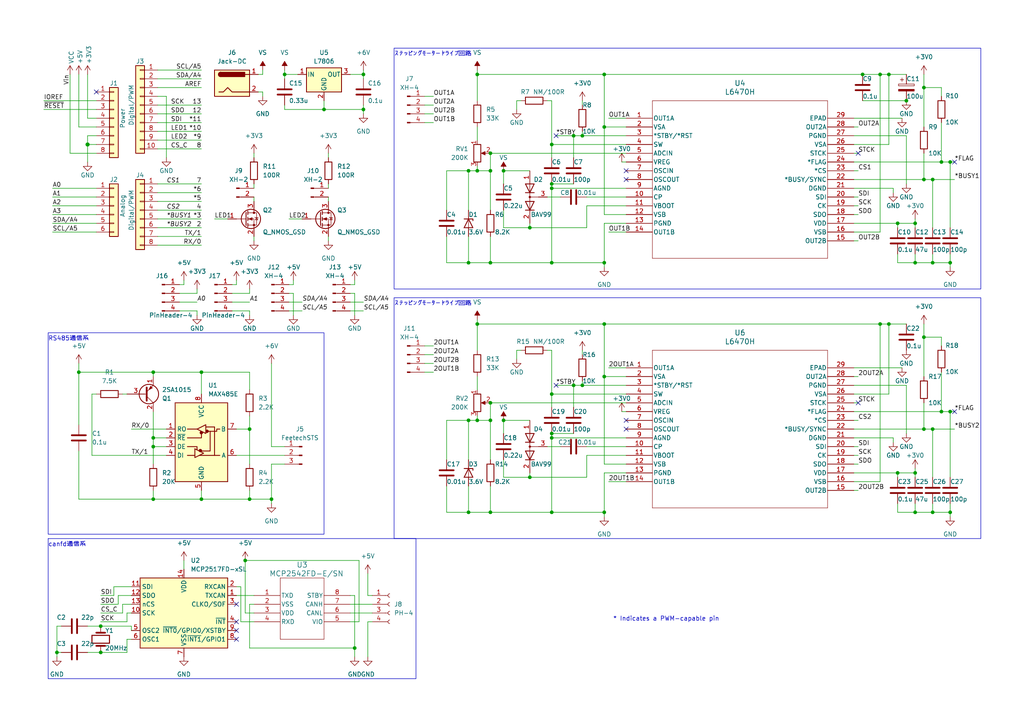
<source format=kicad_sch>
(kicad_sch (version 20230121) (generator eeschema)
  (paper "A4")
  (title_block (date "mar. 31 mars 2015"))
  (junction (at 160.02 76.2))
  (junction (at 255.27 93.98))
  (junction (at 267.97 25.4))
  (junction (at 105.41 21.59))
  (junction (at 160.02 125.73))
  (junction (at 160.02 148.59))
  (junction (at 275.59 46.99))
  (junction (at 72.39 124.46))
  (junction (at 260.35 64.77))
  (junction (at 142.24 44.45))
  (junction (at 265.43 64.77))
  (junction (at 270.51 76.2))
  (junction (at 135.89 49.53))
  (junction (at 250.19 21.59))
  (junction (at 44.45 107.95))
  (junction (at 142.24 49.53))
  (junction (at 102.87 187.96))
  (junction (at 135.89 76.2))
  (junction (at 138.43 21.59))
  (junction (at 25.4 41.91) (diameter 1.016))
  (junction (at 138.43 49.53))
  (junction (at 58.42 107.95))
  (junction (at 275.59 76.2))
  (junction (at 16.51 189.23))
  (junction (at 273.05 119.38))
  (junction (at 267.97 124.46))
  (junction (at 160.02 53.34))
  (junction (at 166.37 39.37))
  (junction (at 78.74 144.78))
  (junction (at 257.81 93.98))
  (junction (at 160.02 54.61))
  (junction (at 275.59 119.38))
  (junction (at 275.59 148.59))
  (junction (at 265.43 137.16))
  (junction (at 267.97 97.79))
  (junction (at 146.05 121.92))
  (junction (at 138.43 93.98))
  (junction (at 93.98 31.75))
  (junction (at 262.89 29.21))
  (junction (at 175.26 109.22))
  (junction (at 160.02 127))
  (junction (at 255.27 21.59))
  (junction (at 71.12 162.56))
  (junction (at 175.26 76.2))
  (junction (at 22.86 107.95))
  (junction (at 260.35 137.16))
  (junction (at 142.24 116.84))
  (junction (at 135.89 121.92))
  (junction (at 270.51 124.46))
  (junction (at 270.51 52.07))
  (junction (at 135.89 148.59))
  (junction (at 44.45 127))
  (junction (at 168.91 39.37))
  (junction (at 58.42 144.78))
  (junction (at 142.24 76.2))
  (junction (at 29.21 181.61))
  (junction (at 138.43 121.92))
  (junction (at 146.05 49.53))
  (junction (at 160.02 114.3))
  (junction (at 153.67 66.04))
  (junction (at 175.26 36.83))
  (junction (at 267.97 52.07))
  (junction (at 105.41 31.75))
  (junction (at 265.43 148.59))
  (junction (at 273.05 46.99))
  (junction (at 142.24 148.59))
  (junction (at 270.51 148.59))
  (junction (at 44.45 144.78))
  (junction (at 257.81 21.59))
  (junction (at 142.24 121.92))
  (junction (at 44.45 129.54))
  (junction (at 72.39 144.78))
  (junction (at 265.43 76.2))
  (junction (at 82.55 21.59))
  (junction (at 175.26 93.98))
  (junction (at 153.67 138.43))
  (junction (at 175.26 21.59))
  (junction (at 168.91 111.76))
  (junction (at 166.37 111.76))
  (junction (at 175.26 148.59))
  (junction (at 160.02 41.91))
  (junction (at 29.21 189.23))
  (no_connect (at 248.92 116.84))
  (no_connect (at 248.92 44.45))
  (no_connect (at 276.86 119.38))
  (no_connect (at 68.58 180.34))
  (no_connect (at 181.61 49.53))
  (no_connect (at 68.58 182.88))
  (no_connect (at 181.61 52.07))
  (no_connect (at 181.61 124.46))
  (no_connect (at 68.58 185.42))
  (no_connect (at 181.61 121.92))
  (no_connect (at 161.29 111.76))
  (no_connect (at 276.86 46.99))
  (no_connect (at 27.94 26.67))
  (no_connect (at 161.29 39.37))
  (no_connect (at 68.58 175.26))
  (wire (pts (xy 273.05 100.33) (xy 273.05 97.79)))
  (wire (pts (xy 83.82 85.09) (xy 85.09 85.09)))
  (wire (pts (xy 101.6 21.59) (xy 105.41 21.59)))
  (wire (pts (xy 45.72 71.12) (xy 58.42 71.12)))
  (wire (pts (xy 138.43 120.65) (xy 138.43 121.92)))
  (wire (pts (xy 102.87 85.09) (xy 102.87 91.44)))
  (wire (pts (xy 260.35 66.04) (xy 260.35 64.77)))
  (wire (pts (xy 146.05 60.96) (xy 146.05 66.04)))
  (wire (pts (xy 168.91 101.6) (xy 168.91 102.87)))
  (wire (pts (xy 68.58 124.46) (xy 72.39 124.46)))
  (wire (pts (xy 76.2 21.59) (xy 74.93 21.59)))
  (wire (pts (xy 166.37 39.37) (xy 168.91 39.37)))
  (wire (pts (xy 138.43 121.92) (xy 142.24 121.92)))
  (wire (pts (xy 247.65 142.24) (xy 248.92 142.24)))
  (wire (pts (xy 22.86 144.78) (xy 44.45 144.78)))
  (wire (pts (xy 160.02 54.61) (xy 160.02 76.2)))
  (wire (pts (xy 45.72 38.1) (xy 58.42 38.1)))
  (wire (pts (xy 250.19 29.21) (xy 262.89 29.21)))
  (wire (pts (xy 135.89 140.97) (xy 135.89 148.59)))
  (wire (pts (xy 138.43 48.26) (xy 138.43 49.53)))
  (wire (pts (xy 36.83 177.8) (xy 36.83 180.34)))
  (wire (pts (xy 160.02 41.91) (xy 181.61 41.91)))
  (wire (pts (xy 142.24 44.45) (xy 181.61 44.45)))
  (wire (pts (xy 260.35 138.43) (xy 260.35 137.16)))
  (wire (pts (xy 138.43 29.21) (xy 138.43 21.59)))
  (wire (pts (xy 265.43 76.2) (xy 270.51 76.2)))
  (wire (pts (xy 247.65 137.16) (xy 260.35 137.16)))
  (wire (pts (xy 45.72 20.32) (xy 58.42 20.32)))
  (wire (pts (xy 52.07 85.09) (xy 57.15 85.09)))
  (wire (pts (xy 123.19 35.56) (xy 125.73 35.56)))
  (wire (pts (xy 168.91 110.49) (xy 168.91 111.76)))
  (wire (pts (xy 175.26 137.16) (xy 181.61 137.16)))
  (wire (pts (xy 106.68 172.72) (xy 106.68 166.37)))
  (wire (pts (xy 72.39 142.24) (xy 72.39 144.78)))
  (wire (pts (xy 265.43 146.05) (xy 265.43 148.59)))
  (wire (pts (xy 45.72 53.34) (xy 58.42 53.34)))
  (wire (pts (xy 107.95 172.72) (xy 106.68 172.72)))
  (wire (pts (xy 93.98 29.21) (xy 93.98 31.75)))
  (wire (pts (xy 104.14 180.34) (xy 104.14 162.56)))
  (wire (pts (xy 135.89 76.2) (xy 142.24 76.2)))
  (wire (pts (xy 135.89 121.92) (xy 138.43 121.92)))
  (wire (pts (xy 160.02 118.11) (xy 160.02 114.3)))
  (wire (pts (xy 35.56 175.26) (xy 38.1 175.26)))
  (wire (pts (xy 275.59 76.2) (xy 275.59 77.47)))
  (wire (pts (xy 101.6 172.72) (xy 102.87 172.72)))
  (wire (pts (xy 25.4 39.37) (xy 25.4 41.91)))
  (wire (pts (xy 22.86 130.81) (xy 22.86 144.78)))
  (wire (pts (xy 247.65 124.46) (xy 267.97 124.46)))
  (wire (pts (xy 149.86 29.21) (xy 151.13 29.21)))
  (wire (pts (xy 15.24 67.31) (xy 27.94 67.31)))
  (wire (pts (xy 247.65 134.62) (xy 248.92 134.62)))
  (wire (pts (xy 175.26 134.62) (xy 181.61 134.62)))
  (wire (pts (xy 153.67 138.43) (xy 153.67 137.16)))
  (wire (pts (xy 26.67 114.3) (xy 27.94 114.3)))
  (wire (pts (xy 123.19 30.48) (xy 125.73 30.48)))
  (wire (pts (xy 142.24 148.59) (xy 160.02 148.59)))
  (wire (pts (xy 260.35 148.59) (xy 265.43 148.59)))
  (wire (pts (xy 170.18 57.15) (xy 181.61 57.15)))
  (wire (pts (xy 247.65 36.83) (xy 248.92 36.83)))
  (wire (pts (xy 247.65 116.84) (xy 248.92 116.84)))
  (wire (pts (xy 78.74 105.41) (xy 78.74 129.54)))
  (wire (pts (xy 247.65 119.38) (xy 273.05 119.38)))
  (wire (pts (xy 160.02 114.3) (xy 160.02 101.6)))
  (wire (pts (xy 25.4 41.91) (xy 25.4 46.99)))
  (wire (pts (xy 247.65 52.07) (xy 267.97 52.07)))
  (wire (pts (xy 257.81 21.59) (xy 257.81 41.91)))
  (wire (pts (xy 146.05 53.34) (xy 146.05 49.53)))
  (wire (pts (xy 176.53 106.68) (xy 181.61 106.68)))
  (wire (pts (xy 180.34 46.99) (xy 181.61 46.99)))
  (wire (pts (xy 44.45 119.38) (xy 44.45 127)))
  (wire (pts (xy 146.05 133.35) (xy 146.05 138.43)))
  (wire (pts (xy 25.4 34.29) (xy 27.94 34.29)))
  (wire (pts (xy 83.82 82.55) (xy 85.09 82.55)))
  (wire (pts (xy 260.35 73.66) (xy 260.35 76.2)))
  (wire (pts (xy 22.86 36.83) (xy 27.94 36.83)))
  (wire (pts (xy 95.25 57.15) (xy 95.25 58.42)))
  (wire (pts (xy 160.02 76.2) (xy 175.26 76.2)))
  (wire (pts (xy 138.43 49.53) (xy 142.24 49.53)))
  (wire (pts (xy 247.65 64.77) (xy 260.35 64.77)))
  (wire (pts (xy 142.24 121.92) (xy 142.24 133.35)))
  (wire (pts (xy 57.15 85.09) (xy 57.15 83.82)))
  (wire (pts (xy 22.86 21.59) (xy 22.86 36.83)))
  (wire (pts (xy 138.43 36.83) (xy 138.43 40.64)))
  (wire (pts (xy 247.65 54.61) (xy 259.08 54.61)))
  (wire (pts (xy 135.89 49.53) (xy 135.89 60.96)))
  (wire (pts (xy 267.97 93.98) (xy 267.97 97.79)))
  (wire (pts (xy 44.45 142.24) (xy 44.45 144.78)))
  (wire (pts (xy 83.82 90.17) (xy 87.63 90.17)))
  (wire (pts (xy 153.67 66.04) (xy 153.67 64.77)))
  (wire (pts (xy 85.09 85.09) (xy 85.09 91.44)))
  (wire (pts (xy 175.26 76.2) (xy 175.26 77.47)))
  (wire (pts (xy 17.78 181.61) (xy 16.51 181.61)))
  (wire (pts (xy 105.41 30.48) (xy 105.41 31.75)))
  (wire (pts (xy 82.55 31.75) (xy 93.98 31.75)))
  (wire (pts (xy 107.95 180.34) (xy 106.68 180.34)))
  (wire (pts (xy 45.72 30.48) (xy 58.42 30.48)))
  (wire (pts (xy 265.43 73.66) (xy 265.43 76.2)))
  (wire (pts (xy 175.26 64.77) (xy 181.61 64.77)))
  (wire (pts (xy 25.4 21.59) (xy 25.4 34.29)))
  (wire (pts (xy 123.19 105.41) (xy 125.73 105.41)))
  (wire (pts (xy 262.89 111.76) (xy 262.89 125.73)))
  (wire (pts (xy 129.54 76.2) (xy 135.89 76.2)))
  (wire (pts (xy 22.86 107.95) (xy 44.45 107.95)))
  (wire (pts (xy 44.45 127) (xy 48.26 127)))
  (wire (pts (xy 168.91 39.37) (xy 181.61 39.37)))
  (wire (pts (xy 72.39 107.95) (xy 72.39 113.03)))
  (wire (pts (xy 170.18 132.08) (xy 170.18 138.43)))
  (wire (pts (xy 273.05 35.56) (xy 273.05 46.99)))
  (wire (pts (xy 247.65 121.92) (xy 248.92 121.92)))
  (wire (pts (xy 247.65 69.85) (xy 248.92 69.85)))
  (wire (pts (xy 27.94 54.61) (xy 15.24 54.61)))
  (wire (pts (xy 149.86 29.21) (xy 149.86 31.75)))
  (wire (pts (xy 160.02 41.91) (xy 160.02 29.21)))
  (wire (pts (xy 129.54 148.59) (xy 135.89 148.59)))
  (wire (pts (xy 247.65 139.7) (xy 255.27 139.7)))
  (wire (pts (xy 257.81 21.59) (xy 262.89 21.59)))
  (wire (pts (xy 45.72 33.02) (xy 58.42 33.02)))
  (wire (pts (xy 142.24 121.92) (xy 142.24 116.84)))
  (wire (pts (xy 262.89 39.37) (xy 262.89 53.34)))
  (wire (pts (xy 158.75 129.54) (xy 162.56 129.54)))
  (wire (pts (xy 33.02 170.18) (xy 33.02 172.72)))
  (wire (pts (xy 166.37 111.76) (xy 168.91 111.76)))
  (wire (pts (xy 129.54 49.53) (xy 135.89 49.53)))
  (wire (pts (xy 72.39 85.09) (xy 72.39 83.82)))
  (wire (pts (xy 45.72 55.88) (xy 58.42 55.88)))
  (wire (pts (xy 265.43 66.04) (xy 265.43 64.77)))
  (wire (pts (xy 160.02 114.3) (xy 181.61 114.3)))
  (wire (pts (xy 142.24 68.58) (xy 142.24 76.2)))
  (wire (pts (xy 16.51 189.23) (xy 17.78 189.23)))
  (wire (pts (xy 158.75 57.15) (xy 162.56 57.15)))
  (wire (pts (xy 83.82 63.5) (xy 87.63 63.5)))
  (wire (pts (xy 175.26 21.59) (xy 175.26 36.83)))
  (wire (pts (xy 62.23 63.5) (xy 66.04 63.5)))
  (wire (pts (xy 101.6 90.17) (xy 105.41 90.17)))
  (wire (pts (xy 267.97 25.4) (xy 267.97 36.83)))
  (wire (pts (xy 146.05 121.92) (xy 153.67 121.92)))
  (wire (pts (xy 82.55 20.32) (xy 82.55 21.59)))
  (wire (pts (xy 44.45 129.54) (xy 48.26 129.54)))
  (wire (pts (xy 146.05 66.04) (xy 153.67 66.04)))
  (wire (pts (xy 76.2 26.67) (xy 76.2 27.94)))
  (wire (pts (xy 168.91 38.1) (xy 168.91 39.37)))
  (wire (pts (xy 106.68 180.34) (xy 106.68 190.5)))
  (wire (pts (xy 105.41 21.59) (xy 105.41 20.32)))
  (wire (pts (xy 58.42 107.95) (xy 72.39 107.95)))
  (wire (pts (xy 73.66 53.34) (xy 73.66 54.61)))
  (wire (pts (xy 72.39 124.46) (xy 72.39 134.62)))
  (wire (pts (xy 68.58 132.08) (xy 82.55 132.08)))
  (wire (pts (xy 34.29 172.72) (xy 38.1 172.72)))
  (wire (pts (xy 160.02 53.34) (xy 160.02 54.61)))
  (wire (pts (xy 260.35 76.2) (xy 265.43 76.2)))
  (wire (pts (xy 69.85 170.18) (xy 69.85 180.34)))
  (wire (pts (xy 270.51 124.46) (xy 276.86 124.46)))
  (wire (pts (xy 44.45 107.95) (xy 58.42 107.95)))
  (wire (pts (xy 33.02 170.18) (xy 38.1 170.18)))
  (wire (pts (xy 67.31 87.63) (xy 72.39 87.63)))
  (wire (pts (xy 247.65 34.29) (xy 261.62 34.29)))
  (wire (pts (xy 34.29 175.26) (xy 29.21 175.26)))
  (wire (pts (xy 138.43 92.71) (xy 138.43 93.98)))
  (wire (pts (xy 101.6 180.34) (xy 104.14 180.34)))
  (wire (pts (xy 45.72 40.64) (xy 58.42 40.64)))
  (wire (pts (xy 170.18 59.69) (xy 170.18 66.04)))
  (wire (pts (xy 123.19 107.95) (xy 125.73 107.95)))
  (wire (pts (xy 160.02 148.59) (xy 175.26 148.59)))
  (wire (pts (xy 175.26 148.59) (xy 175.26 149.86)))
  (wire (pts (xy 102.87 81.28) (xy 102.87 82.55)))
  (wire (pts (xy 68.58 82.55) (xy 68.58 81.28)))
  (wire (pts (xy 22.86 107.95) (xy 22.86 123.19)))
  (wire (pts (xy 138.43 21.59) (xy 175.26 21.59)))
  (wire (pts (xy 36.83 185.42) (xy 36.83 189.23)))
  (wire (pts (xy 57.15 91.44) (xy 57.15 90.17)))
  (wire (pts (xy 25.4 181.61) (xy 29.21 181.61)))
  (wire (pts (xy 161.29 111.76) (xy 166.37 111.76)))
  (wire (pts (xy 72.39 175.26) (xy 72.39 187.96)))
  (wire (pts (xy 67.31 85.09) (xy 72.39 85.09)))
  (wire (pts (xy 135.89 68.58) (xy 135.89 76.2)))
  (wire (pts (xy 52.07 87.63) (xy 57.15 87.63)))
  (wire (pts (xy 257.81 93.98) (xy 257.81 114.3)))
  (wire (pts (xy 275.59 46.99) (xy 275.59 66.04)))
  (wire (pts (xy 142.24 76.2) (xy 160.02 76.2)))
  (wire (pts (xy 247.65 57.15) (xy 248.92 57.15)))
  (wire (pts (xy 138.43 109.22) (xy 138.43 113.03)))
  (wire (pts (xy 101.6 177.8) (xy 107.95 177.8)))
  (wire (pts (xy 270.51 73.66) (xy 270.51 76.2)))
  (wire (pts (xy 170.18 129.54) (xy 181.61 129.54)))
  (wire (pts (xy 12.7 29.21) (xy 27.94 29.21)))
  (wire (pts (xy 267.97 97.79) (xy 267.97 109.22)))
  (wire (pts (xy 267.97 25.4) (xy 273.05 25.4)))
  (wire (pts (xy 58.42 142.24) (xy 58.42 144.78)))
  (wire (pts (xy 247.65 132.08) (xy 248.92 132.08)))
  (wire (pts (xy 267.97 44.45) (xy 267.97 52.07)))
  (wire (pts (xy 82.55 21.59) (xy 86.36 21.59)))
  (wire (pts (xy 160.02 45.72) (xy 160.02 41.91)))
  (wire (pts (xy 247.65 46.99) (xy 273.05 46.99)))
  (wire (pts (xy 138.43 101.6) (xy 138.43 93.98)))
  (wire (pts (xy 36.83 180.34) (xy 29.21 180.34)))
  (wire (pts (xy 175.26 109.22) (xy 181.61 109.22)))
  (wire (pts (xy 35.56 114.3) (xy 36.83 114.3)))
  (wire (pts (xy 247.65 106.68) (xy 261.62 106.68)))
  (wire (pts (xy 26.67 132.08) (xy 26.67 114.3)))
  (wire (pts (xy 16.51 189.23) (xy 16.51 190.5)))
  (wire (pts (xy 160.02 54.61) (xy 181.61 54.61)))
  (wire (pts (xy 160.02 53.34) (xy 166.37 53.34)))
  (wire (pts (xy 48.26 27.94) (xy 48.26 45.72)))
  (wire (pts (xy 36.83 177.8) (xy 38.1 177.8)))
  (wire (pts (xy 275.59 119.38) (xy 275.59 138.43)))
  (wire (pts (xy 160.02 127) (xy 181.61 127)))
  (wire (pts (xy 102.87 172.72) (xy 102.87 187.96)))
  (wire (pts (xy 45.72 25.4) (xy 58.42 25.4)))
  (wire (pts (xy 138.43 93.98) (xy 175.26 93.98)))
  (wire (pts (xy 146.05 125.73) (xy 146.05 121.92)))
  (wire (pts (xy 67.31 82.55) (xy 68.58 82.55)))
  (wire (pts (xy 273.05 119.38) (xy 275.59 119.38)))
  (wire (pts (xy 71.12 162.56) (xy 71.12 177.8)))
  (wire (pts (xy 273.05 107.95) (xy 273.05 119.38)))
  (wire (pts (xy 129.54 76.2) (xy 129.54 68.58)))
  (wire (pts (xy 95.25 68.58) (xy 95.25 69.85)))
  (wire (pts (xy 267.97 116.84) (xy 267.97 124.46)))
  (wire (pts (xy 247.65 44.45) (xy 248.92 44.45)))
  (wire (pts (xy 71.12 177.8) (xy 73.66 177.8)))
  (wire (pts (xy 45.72 60.96) (xy 58.42 60.96)))
  (wire (pts (xy 260.35 137.16) (xy 265.43 137.16)))
  (wire (pts (xy 16.51 181.61) (xy 16.51 189.23)))
  (wire (pts (xy 255.27 21.59) (xy 255.27 67.31)))
  (wire (pts (xy 27.94 59.69) (xy 15.24 59.69)))
  (wire (pts (xy 12.7 31.75) (xy 27.94 31.75)))
  (wire (pts (xy 78.74 129.54) (xy 82.55 129.54)))
  (wire (pts (xy 102.87 187.96) (xy 102.87 190.5)))
  (wire (pts (xy 27.94 41.91) (xy 25.4 41.91)))
  (wire (pts (xy 78.74 134.62) (xy 78.74 144.78)))
  (wire (pts (xy 267.97 124.46) (xy 270.51 124.46)))
  (wire (pts (xy 138.43 20.32) (xy 138.43 21.59)))
  (wire (pts (xy 58.42 107.95) (xy 58.42 114.3)))
  (wire (pts (xy 57.15 90.17) (xy 52.07 90.17)))
  (wire (pts (xy 176.53 139.7) (xy 181.61 139.7)))
  (wire (pts (xy 168.91 29.21) (xy 168.91 30.48)))
  (wire (pts (xy 95.25 53.34) (xy 95.25 54.61)))
  (wire (pts (xy 247.65 41.91) (xy 257.81 41.91)))
  (wire (pts (xy 34.29 172.72) (xy 34.29 175.26)))
  (wire (pts (xy 175.26 109.22) (xy 175.26 134.62)))
  (wire (pts (xy 175.26 64.77) (xy 175.26 76.2)))
  (wire (pts (xy 247.65 111.76) (xy 262.89 111.76)))
  (wire (pts (xy 142.24 49.53) (xy 142.24 60.96)))
  (wire (pts (xy 101.6 85.09) (xy 102.87 85.09)))
  (wire (pts (xy 123.19 27.94) (xy 125.73 27.94)))
  (wire (pts (xy 166.37 111.76) (xy 166.37 118.11)))
  (wire (pts (xy 68.58 172.72) (xy 73.66 172.72)))
  (wire (pts (xy 27.94 44.45) (xy 20.32 44.45)))
  (wire (pts (xy 181.61 132.08) (xy 170.18 132.08)))
  (wire (pts (xy 160.02 101.6) (xy 158.75 101.6)))
  (wire (pts (xy 275.59 46.99) (xy 276.86 46.99)))
  (wire (pts (xy 105.41 31.75) (xy 105.41 33.02)))
  (wire (pts (xy 15.24 57.15) (xy 27.94 57.15)))
  (wire (pts (xy 255.27 93.98) (xy 257.81 93.98)))
  (wire (pts (xy 267.97 52.07) (xy 270.51 52.07)))
  (wire (pts (xy 175.26 62.23) (xy 181.61 62.23)))
  (wire (pts (xy 175.26 93.98) (xy 255.27 93.98)))
  (wire (pts (xy 123.19 102.87) (xy 125.73 102.87)))
  (wire (pts (xy 175.26 36.83) (xy 175.26 62.23)))
  (wire (pts (xy 135.89 49.53) (xy 138.43 49.53)))
  (wire (pts (xy 247.65 114.3) (xy 257.81 114.3)))
  (wire (pts (xy 22.86 105.41) (xy 22.86 107.95)))
  (wire (pts (xy 95.25 44.45) (xy 95.25 45.72)))
  (wire (pts (xy 270.51 52.07) (xy 276.86 52.07)))
  (wire (pts (xy 146.05 138.43) (xy 153.67 138.43)))
  (wire (pts (xy 260.35 64.77) (xy 265.43 64.77)))
  (wire (pts (xy 68.58 170.18) (xy 69.85 170.18)))
  (wire (pts (xy 275.59 73.66) (xy 275.59 76.2)))
  (wire (pts (xy 38.1 181.61) (xy 38.1 182.88)))
  (wire (pts (xy 73.66 44.45) (xy 73.66 45.72)))
  (wire (pts (xy 247.65 39.37) (xy 262.89 39.37)))
  (wire (pts (xy 123.19 100.33) (xy 125.73 100.33)))
  (wire (pts (xy 53.34 162.56) (xy 53.34 165.1)))
  (wire (pts (xy 160.02 125.73) (xy 160.02 127)))
  (wire (pts (xy 142.24 140.97) (xy 142.24 148.59)))
  (wire (pts (xy 72.39 187.96) (xy 102.87 187.96)))
  (wire (pts (xy 45.72 27.94) (xy 48.26 27.94)))
  (wire (pts (xy 265.43 138.43) (xy 265.43 137.16)))
  (wire (pts (xy 275.59 146.05) (xy 275.59 148.59)))
  (wire (pts (xy 255.27 93.98) (xy 255.27 139.7)))
  (wire (pts (xy 44.45 129.54) (xy 44.45 134.62)))
  (wire (pts (xy 27.94 39.37) (xy 25.4 39.37)))
  (wire (pts (xy 82.55 134.62) (xy 78.74 134.62)))
  (wire (pts (xy 73.66 68.58) (xy 73.66 69.85)))
  (wire (pts (xy 146.05 49.53) (xy 153.67 49.53)))
  (wire (pts (xy 72.39 124.46) (xy 72.39 120.65)))
  (wire (pts (xy 135.89 121.92) (xy 135.89 133.35)))
  (wire (pts (xy 36.83 185.42) (xy 38.1 185.42)))
  (wire (pts (xy 69.85 180.34) (xy 73.66 180.34)))
  (wire (pts (xy 270.51 148.59) (xy 275.59 148.59)))
  (wire (pts (xy 85.09 81.28) (xy 85.09 82.55)))
  (wire (pts (xy 35.56 177.8) (xy 29.21 177.8)))
  (wire (pts (xy 58.42 144.78) (xy 72.39 144.78)))
  (wire (pts (xy 247.65 62.23) (xy 248.92 62.23)))
  (wire (pts (xy 129.54 121.92) (xy 135.89 121.92)))
  (wire (pts (xy 265.43 63.5) (xy 265.43 64.77)))
  (wire (pts (xy 45.72 35.56) (xy 58.42 35.56)))
  (wire (pts (xy 260.35 146.05) (xy 260.35 148.59)))
  (wire (pts (xy 175.26 21.59) (xy 250.19 21.59)))
  (wire (pts (xy 25.4 189.23) (xy 29.21 189.23)))
  (wire (pts (xy 36.83 189.23) (xy 29.21 189.23)))
  (wire (pts (xy 153.67 138.43) (xy 170.18 138.43)))
  (wire (pts (xy 160.02 125.73) (xy 166.37 125.73)))
  (wire (pts (xy 273.05 46.99) (xy 275.59 46.99)))
  (wire (pts (xy 129.54 60.96) (xy 129.54 49.53)))
  (wire (pts (xy 142.24 116.84) (xy 181.61 116.84)))
  (wire (pts (xy 275.59 148.59) (xy 275.59 149.86)))
  (wire (pts (xy 45.72 58.42) (xy 58.42 58.42)))
  (wire (pts (xy 35.56 175.26) (xy 35.56 177.8)))
  (wire (pts (xy 76.2 20.32) (xy 76.2 21.59)))
  (wire (pts (xy 101.6 87.63) (xy 105.41 87.63)))
  (wire (pts (xy 101.6 175.26) (xy 107.95 175.26)))
  (wire (pts (xy 267.97 97.79) (xy 273.05 97.79)))
  (wire (pts (xy 129.54 148.59) (xy 129.54 140.97)))
  (wire (pts (xy 48.26 132.08) (xy 26.67 132.08)))
  (wire (pts (xy 270.51 52.07) (xy 270.51 66.04)))
  (wire (pts (xy 175.26 36.83) (xy 181.61 36.83)))
  (wire (pts (xy 15.24 62.23) (xy 27.94 62.23)))
  (wire (pts (xy 72.39 91.44) (xy 72.39 90.17)))
  (wire (pts (xy 44.45 144.78) (xy 58.42 144.78)))
  (wire (pts (xy 142.24 49.53) (xy 142.24 44.45)))
  (wire (pts (xy 176.53 67.31) (xy 181.61 67.31)))
  (wire (pts (xy 129.54 133.35) (xy 129.54 121.92)))
  (wire (pts (xy 83.82 87.63) (xy 87.63 87.63)))
  (wire (pts (xy 53.34 82.55) (xy 53.34 81.28)))
  (wire (pts (xy 265.43 135.89) (xy 265.43 137.16)))
  (wire (pts (xy 149.86 101.6) (xy 149.86 104.14)))
  (wire (pts (xy 78.74 144.78) (xy 78.74 146.05)))
  (wire (pts (xy 73.66 57.15) (xy 73.66 58.42)))
  (wire (pts (xy 101.6 82.55) (xy 102.87 82.55)))
  (wire (pts (xy 105.41 21.59) (xy 105.41 22.86)))
  (wire (pts (xy 270.51 146.05) (xy 270.51 148.59)))
  (wire (pts (xy 273.05 27.94) (xy 273.05 25.4)))
  (wire (pts (xy 52.07 82.55) (xy 53.34 82.55)))
  (wire (pts (xy 93.98 31.75) (xy 105.41 31.75)))
  (wire (pts (xy 176.53 34.29) (xy 181.61 34.29)))
  (wire (pts (xy 44.45 107.95) (xy 44.45 109.22)))
  (wire (pts (xy 72.39 90.17) (xy 67.31 90.17)))
  (wire (pts (xy 247.65 49.53) (xy 248.92 49.53)))
  (wire (pts (xy 168.91 111.76) (xy 181.61 111.76)))
  (wire (pts (xy 259.08 54.61) (xy 259.08 55.88)))
  (wire (pts (xy 153.67 66.04) (xy 170.18 66.04)))
  (wire (pts (xy 181.61 59.69) (xy 170.18 59.69)))
  (wire (pts (xy 166.37 39.37) (xy 166.37 45.72)))
  (wire (pts (xy 38.1 124.46) (xy 48.26 124.46)))
  (wire (pts (xy 45.72 22.86) (xy 58.42 22.86)))
  (wire (pts (xy 180.34 119.38) (xy 181.61 119.38)))
  (wire (pts (xy 123.19 33.02) (xy 125.73 33.02)))
  (wire (pts (xy 257.81 93.98) (xy 262.89 93.98)))
  (wire (pts (xy 45.72 66.04) (xy 58.42 66.04)))
  (wire (pts (xy 267.97 21.59) (xy 267.97 25.4)))
  (wire (pts (xy 29.21 181.61) (xy 38.1 181.61)))
  (wire (pts (xy 247.65 109.22) (xy 248.92 109.22)))
  (wire (pts (xy 82.55 21.59) (xy 82.55 22.86)))
  (wire (pts (xy 71.12 162.56) (xy 104.14 162.56)))
  (wire (pts (xy 270.51 76.2) (xy 275.59 76.2)))
  (wire (pts (xy 45.72 63.5) (xy 58.42 63.5)))
  (wire (pts (xy 44.45 127) (xy 44.45 129.54)))
  (wire (pts (xy 247.65 129.54) (xy 248.92 129.54)))
  (wire (pts (xy 250.19 21.59) (xy 255.27 21.59)))
  (wire (pts (xy 270.51 124.46) (xy 270.51 138.43)))
  (wire (pts (xy 255.27 21.59) (xy 257.81 21.59)))
  (wire (pts (xy 33.02 172.72) (xy 29.21 172.72)))
  (wire (pts (xy 160.02 29.21) (xy 158.75 29.21)))
  (wire (pts (xy 175.26 137.16) (xy 175.26 148.59)))
  (wire (pts (xy 247.65 67.31) (xy 255.27 67.31)))
  (wire (pts (xy 73.66 175.26) (xy 72.39 175.26)))
  (wire (pts (xy 149.86 101.6) (xy 151.13 101.6)))
  (wire (pts (xy 247.65 127) (xy 259.08 127)))
  (wire (pts (xy 161.29 39.37) (xy 166.37 39.37)))
  (wire (pts (xy 45.72 68.58) (xy 58.42 68.58)))
  (wire (pts (xy 275.59 119.38) (xy 276.86 119.38)))
  (wire (pts (xy 160.02 127) (xy 160.02 148.59)))
  (wire (pts (xy 20.32 44.45) (xy 20.32 21.59)))
  (wire (pts (xy 74.93 26.67) (xy 76.2 26.67)))
  (wire (pts (xy 175.26 93.98) (xy 175.26 109.22)))
  (wire (pts (xy 82.55 30.48) (xy 82.55 31.75)))
  (wire (pts (xy 265.43 148.59) (xy 270.51 148.59)))
  (wire (pts (xy 135.89 148.59) (xy 142.24 148.59)))
  (wire (pts (xy 27.94 64.77) (xy 15.24 64.77)))
  (wire (pts (xy 247.65 59.69) (xy 248.92 59.69)))
  (wire (pts (xy 259.08 127) (xy 259.08 128.27)))
  (wire (pts (xy 72.39 144.78) (xy 78.74 144.78)))
  (wire (pts (xy 45.72 43.18) (xy 58.42 43.18)))
  (rectangle (start 13.97 156.21) (end 13.97 156.21))
  (rectangle (start 13.97 96.52) (end 93.98 154.94))
  (rectangle (start 114.3 86.36) (end 284.48 156.21))
  (rectangle (start 13.97 156.21) (end 120.65 196.85))
  (rectangle (start 114.3 13.97) (end 284.48 83.82))
  (text "RS485通信系" (at 13.97 99.06 0) (effects (font (size 1.27 1.27)) (justify left bottom)))
  (text "canfd通信系" (at 13.97 158.75 0) (effects (font (size 1.27 1.27)) (justify left bottom)))
  (text "ステッピングモータードライブ回路" (at 114.3 88.9 0) (effects (font (size 1.27 1.27)) (justify left bottom)))
  (text "* Indicates a PWM-capable pin" (at 177.8 180.34 0) (effects (font (size 1.27 1.27)) (justify left bottom)))
  (text "ステッピングモータードライブ回路" (at 114.3 16.51 0) (effects (font (size 1.27 1.27)) (justify left bottom)))
  (label "*STBY" (at 161.29 111.76 0))
  (label "RX{slash}0" (at 58.42 71.12 180))
  (label "LED1" (at 62.23 63.5 0))
  (label "A2" (at 15.24 59.69 0))
  (label "4" (at 58.42 60.96 180))
  (label "STCK" (at 248.92 44.45 0))
  (label "*BUSY1" (at 48.26 63.5 0) (effects (font italic)))
  (label "A0" (at 57.15 87.63 0) (effects (font italic)))
  (label "SDI" (at 248.92 57.15 0))
  (label "OUT1A" (at 176.53 34.29 0))
  (label "*STBY" (at 161.29 39.37 0))
  (label "LED2" (at 83.82 63.5 0))
  (label "2" (at 58.42 66.04 180))
  (label "CS2" (at 248.92 121.92 0))
  (label "A3" (at 15.24 62.23 0))
  (label "SDO" (at 248.92 62.23 0))
  (label "13" (at 58.42 30.48 180))
  (label "12" (at 58.42 33.02 180))
  (label "TX{slash}1" (at 38.1 132.08 0))
  (label "SDA{slash}A4" (at 87.63 87.63 0) (effects (font italic)))
  (label "SDI" (at 248.92 129.54 0))
  (label "SDI" (at 49.53 35.56 0))
  (label "~{RESET}" (at 12.7 31.75 0))
  (label "SCK" (at 29.21 180.34 0))
  (label "*10" (at 58.42 38.1 180))
  (label "A1" (at 72.39 87.63 0) (effects (font italic)))
  (label "CS1" (at 48.26 53.34 0) (effects (font italic)))
  (label "OUT2B" (at 248.92 69.85 0))
  (label "OUT1B" (at 125.73 35.56 0))
  (label "STCK" (at 248.92 116.84 0))
  (label "*BUSY1" (at 276.86 52.07 0))
  (label "OUT1A" (at 125.73 27.94 0))
  (label "SCK" (at 49.53 30.48 0))
  (label "7" (at 58.42 53.34 180))
  (label "SDA{slash}A4" (at 58.42 22.86 180))
  (label "8" (at 58.42 43.18 180))
  (label "SDI" (at 29.21 172.72 0))
  (label "*11" (at 58.42 35.56 180))
  (label "*3" (at 58.42 63.5 180))
  (label "SDO" (at 29.21 175.26 0))
  (label "2OUT1A" (at 125.73 100.33 0))
  (label "CS_C" (at 29.21 177.8 0))
  (label "*BUSY2" (at 48.26 66.04 0) (effects (font italic)))
  (label "SDO" (at 49.53 33.02 0))
  (label "SCL{slash}A5" (at 105.41 90.17 0) (effects (font italic)))
  (label "CS2" (at 48.26 60.96 0) (effects (font italic)))
  (label "A1" (at 15.24 57.15 0))
  (label "TX{slash}1" (at 58.42 68.58 180))
  (label "RX{slash}0" (at 38.1 124.46 0))
  (label "*FLAG" (at 276.86 119.38 0))
  (label "A0" (at 15.24 54.61 0))
  (label "CS1" (at 248.92 49.53 0))
  (label "LED1" (at 49.53 38.1 0))
  (label "2OUT1A" (at 176.53 106.68 0))
  (label "AREF" (at 58.42 25.4 180))
  (label "Vin" (at 20.32 21.59 270))
  (label "*6" (at 58.42 55.88 180))
  (label "*FLAG" (at 276.86 46.99 0))
  (label "2OUT2B" (at 125.73 105.41 0))
  (label "SCL{slash}A5" (at 87.63 90.17 0) (effects (font italic)))
  (label "CS_C" (at 49.53 43.18 0))
  (label "OUT2A" (at 248.92 36.83 0))
  (label "SCL{slash}A5" (at 58.42 20.32 180))
  (label "2OUT2A" (at 248.92 109.22 0))
  (label "*9" (at 58.42 40.64 180))
  (label "SCK" (at 248.92 132.08 0))
  (label "2OUT2A" (at 125.73 102.87 0))
  (label "OUT2B" (at 125.73 33.02 0))
  (label "SCK" (at 248.92 59.69 0))
  (label "*5" (at 58.42 58.42 180))
  (label "SDA{slash}A4" (at 105.41 87.63 0) (effects (font italic)))
  (label "IOREF" (at 12.7 29.21 0))
  (label "LED2" (at 49.53 40.64 0))
  (label "2OUT2B" (at 248.92 142.24 0))
  (label "2OUT1B" (at 125.73 107.95 0))
  (label "2OUT1B" (at 176.53 139.7 0))
  (label "SDO" (at 248.92 134.62 0))
  (label "SDA{slash}A4" (at 15.24 64.77 0))
  (label "SCL{slash}A5" (at 15.24 67.31 0))
  (label "OUT1B" (at 176.53 67.31 0))
  (label "*BUSY2" (at 276.86 124.46 0))
  (label "OUT2A" (at 125.73 30.48 0))
  (symbol (lib_id "Connector_Generic:Conn_01x08") (at 33.02 34.29 0) (unit 1)
    (property "Reference" "J1" (at 33.02 24.13 0))
    (property "Value" "Power" (at 35.56 34.29 90))
    (property "Footprint" "Connector_PinSocket_2.54mm:PinSocket_1x08_P2.54mm_Vertical" (effects hide))
  )
  (symbol (lib_id "power:+3V3") (at 25.4 21.59 0) (unit 1)
    (property "Reference" "#PWR05" (effects hide))
    (property "Value" "+3.3V" (at 25.781 18.542 90) (effects (justify left)))
  )
  (symbol (lib_id "power:+5V") (at 22.86 21.59 0) (unit 1)
    (property "Reference" "#PWR04" (effects hide))
    (property "Value" "+5V" (at 23.2156 18.542 90) (effects (justify left)))
  )
  (symbol (lib_id "power:GND") (at 25.4 46.99 0) (unit 1)
    (property "Reference" "#PWR06" (effects hide))
    (property "Value" "GND" (at 25.4 50.8 0))
  )
  (symbol (lib_id "Connector_Generic:Conn_01x10") (at 40.64 30.48 0) (mirror y) (unit 1)
    (property "Reference" "J3" (at 40.64 17.78 0))
    (property "Value" "Digital/PWM" (at 38.1 30.48 90))
    (property "Footprint" "Connector_PinSocket_2.54mm:PinSocket_1x10_P2.54mm_Vertical" (effects hide))
  )
  (symbol (lib_id "power:GND") (at 48.26 45.72 0) (unit 1)
    (property "Reference" "#PWR08" (effects hide))
    (property "Value" "GND" (at 48.26 49.53 0))
  )
  (symbol (lib_id "Connector_Generic:Conn_01x06") (at 33.02 59.69 0) (unit 1)
    (property "Reference" "J2" (at 33.02 52.07 0))
    (property "Value" "Analog" (at 35.56 59.69 90))
    (property "Footprint" "Connector_PinSocket_2.54mm:PinSocket_1x06_P2.54mm_Vertical" (effects hide))
  )
  (symbol (lib_id "Connector_Generic:Conn_01x08") (at 40.64 60.96 0) (mirror y) (unit 1)
    (property "Reference" "J4" (at 40.64 50.8 0))
    (property "Value" "Digital/PWM" (at 38.1 60.96 90))
    (property "Footprint" "Connector_PinSocket_2.54mm:PinSocket_1x08_P2.54mm_Vertical" (effects hide))
  )
  (symbol (lib_name "+5V_5") (lib_id "power:+5V") (at 68.58 81.28 0) (unit 1)
    (property "Reference" "#PWR063" (effects hide))
    (property "Value" "+5V" (at 68.58 76.2 0))
  )
  (symbol (lib_id "Device:R") (at 138.43 33.02 0) (unit 1)
    (property "Reference" "R5" (at 140.97 31.75 0) (effects (justify left)))
    (property "Value" "33K" (at 140.97 34.29 0) (effects (justify left)))
    (property "Footprint" "Resistor_SMD:R_0603_1608Metric_Pad0.98x0.95mm_HandSolder" (effects hide))
  )
  (symbol (lib_id "Device:C") (at 166.37 57.15 90) (unit 1)
    (property "Reference" "C8" (at 163.83 55.88 90))
    (property "Value" "0.01u" (at 170.18 55.88 90))
    (property "Footprint" "Capacitor_SMD:C_0603_1608Metric_Pad1.08x0.95mm_HandSolder" (effects hide))
  )
  (symbol (lib_name "GND_7") (lib_id "power:GND") (at 259.08 128.27 0) (unit 1)
    (property "Reference" "#PWR043" (effects hide))
    (property "Value" "GND" (at 259.08 132.08 0))
  )
  (symbol (lib_name "GND_6") (lib_id "power:GND") (at 261.62 106.68 0) (unit 1)
    (property "Reference" "#PWR044" (effects hide))
    (property "Value" "GND" (at 261.62 110.49 0))
  )
  (symbol (lib_name "+3V3_1") (lib_id "power:+3V3") (at 95.25 44.45 0) (unit 1)
    (property "Reference" "#PWR035" (effects hide))
    (property "Value" "+3V3" (at 95.25 39.37 0))
  )
  (symbol (lib_id "Connector:Conn_01x04_Socket") (at 113.03 175.26 0) (unit 1)
    (property "Reference" "J8" (at 114.3 175.26 0) (effects (justify left)))
    (property "Value" "PH-4" (at 114.3 177.8 0) (effects (justify left)))
    (property "Footprint" "Connector_JST:JST_PH_B4B-PH-K_1x04_P2.00mm_Vertical" (effects hide))
  )
  (symbol (lib_id "test:MCP2542FD-E_SN") (at 73.66 172.72 0) (unit 1)
    (property "Reference" "U3" (at 87.63 163.83 0) (effects (font (size 1.524 1.524))))
    (property "Value" "MCP2542FD-E/SN" (at 88.9 166.37 0) (effects (font (size 1.524 1.524))))
    (property "Footprint" "Package_SO:SOIC-8_3.9x4.9mm_P1.27mm" (effects hide))
    (property "Datasheet" "MCP2542FD-E/SN" (effects hide))
  )
  (symbol (lib_id "power:+3V0") (at 180.34 119.38 0) (unit 1)
    (property "Reference" "#PWR042" (effects hide))
    (property "Value" "+3V0" (at 180.34 115.57 0))
  )
  (symbol (lib_id "Device:R_Potentiometer") (at 138.43 116.84 0) (unit 1)
    (property "Reference" "RV2" (at 135.89 115.57 0) (effects (justify right)))
    (property "Value" "200K" (at 135.89 118.11 0) (effects (justify right)))
    (property "Footprint" "smart_glass:GF063_VR" (effects hide))
  )
  (symbol (lib_id "power:+3V0") (at 180.34 46.99 0) (unit 1)
    (property "Reference" "#PWR022" (effects hide))
    (property "Value" "+3V0" (at 180.34 43.18 0))
  )
  (symbol (lib_id "Connector:Conn_01x04_Pin") (at 78.74 85.09 0) (unit 1)
    (property "Reference" "J12" (at 79.375 77.47 0))
    (property "Value" "XH-4" (at 79.375 80.01 0))
    (property "Footprint" "Connector_JST:JST_XH_S4B-XH-A_1x04_P2.50mm_Horizontal" (effects hide))
  )
  (symbol (lib_name "GND_15") (lib_id "power:GND") (at 85.09 91.44 0) (unit 1)
    (property "Reference" "#PWR051" (effects hide))
    (property "Value" "GND" (at 85.09 95.25 0))
  )
  (symbol (lib_id "power:+3V0") (at 168.91 101.6 0) (unit 1)
    (property "Reference" "#PWR040" (effects hide))
    (property "Value" "+3V0" (at 168.91 96.52 0))
  )
  (symbol (lib_id "Interface_UART:MAX485E") (at 58.42 127 0) (unit 1)
    (property "Reference" "U1" (at 60.3759 111.76 0) (effects (justify left)))
    (property "Value" "MAX485E" (at 60.3759 114.3 0) (effects (justify left)))
    (property "Footprint" "Package_SO:SOIC-8_5.23x5.23mm_P1.27mm" (effects hide))
    (property "Datasheet" "https://datasheets.maximintegrated.com/en/ds/MAX1487E-MAX491E.pdf" (effects hide))
  )
  (symbol (lib_id "power:VS") (at 76.2 20.32 0) (unit 1)
    (property "Reference" "#PWR012" (effects hide))
    (property "Value" "VS" (at 76.2 15.24 0))
  )
  (symbol (lib_id "Device:C") (at 160.02 49.53 0) (unit 1)
    (property "Reference" "C6" (at 160.02 46.99 0) (effects (justify left)))
    (property "Value" "0.01u" (at 160.02 52.07 0) (effects (justify left)))
    (property "Footprint" "Capacitor_SMD:C_0603_1608Metric_Pad1.08x0.95mm_HandSolder" (effects hide))
  )
  (symbol (lib_id "Device:R") (at 138.43 105.41 0) (unit 1)
    (property "Reference" "R13" (at 140.97 104.14 0) (effects (justify left)))
    (property "Value" "33K" (at 140.97 106.68 0) (effects (justify left)))
    (property "Footprint" "Resistor_SMD:R_0603_1608Metric_Pad0.98x0.95mm_HandSolder" (effects hide))
  )
  (symbol (lib_id "Device:R") (at 44.45 138.43 180) (unit 1)
    (property "Reference" "R2" (at 46.99 137.16 0) (effects (justify right)))
    (property "Value" "20K" (at 46.99 139.7 0) (effects (justify right)))
    (property "Footprint" "Resistor_SMD:R_0603_1608Metric_Pad0.98x0.95mm_HandSolder" (effects hide))
  )
  (symbol (lib_name "GND_2") (lib_id "power:GND") (at 175.26 77.47 0) (unit 1)
    (property "Reference" "#PWR021" (effects hide))
    (property "Value" "GND" (at 175.26 82.55 0))
  )
  (symbol (lib_name "GND_14") (lib_id "power:GND") (at 95.25 69.85 0) (unit 1)
    (property "Reference" "#PWR036" (effects hide))
    (property "Value" "GND" (at 95.25 74.93 0))
  )
  (symbol (lib_id "Device:C") (at 146.05 57.15 180) (unit 1)
    (property "Reference" "C5" (at 146.05 54.61 0) (effects (justify right)))
    (property "Value" "0.22u" (at 146.05 59.69 0) (effects (justify right)))
    (property "Footprint" "Capacitor_SMD:C_0603_1608Metric_Pad1.08x0.95mm_HandSolder" (effects hide))
  )
  (symbol (lib_id "Connector:Conn_01x04_Pin") (at 62.23 85.09 0) (unit 1)
    (property "Reference" "J17" (at 62.23 80.01 0))
    (property "Value" "PinHeader-4" (at 64.77 91.44 0))
    (property "Footprint" "Connector_PinHeader_2.54mm:PinHeader_1x04_P2.54mm_Vertical" (effects hide))
  )
  (symbol (lib_id "Device:C") (at 260.35 69.85 0) (unit 1)
    (property "Reference" "C10" (at 260.35 67.31 0) (effects (justify left)))
    (property "Value" "0.1u" (at 260.35 72.39 0) (effects (justify left)))
    (property "Footprint" "Capacitor_SMD:C_0603_1608Metric_Pad1.08x0.95mm_HandSolder" (effects hide))
  )
  (symbol (lib_id "Device:C") (at 166.37 121.92 0) (unit 1)
    (property "Reference" "C20" (at 166.37 119.38 0) (effects (justify left)))
    (property "Value" "100p" (at 166.37 124.46 0) (effects (justify left)))
    (property "Footprint" "Capacitor_SMD:C_0603_1608Metric_Pad1.08x0.95mm_HandSolder" (effects hide))
  )
  (symbol (lib_id "Device:D_Zener") (at 135.89 137.16 270) (unit 1)
    (property "Reference" "D3" (at 135.89 134.62 90) (effects (justify left)))
    (property "Value" "3.6V" (at 135.89 139.7 90) (effects (justify left)))
    (property "Footprint" "Diode_SMD:D_SOD-323_HandSoldering" (effects hide))
  )
  (symbol (lib_id "Device:D_Dual_Series_AKC") (at 153.67 129.54 90) (mirror x) (unit 1)
    (property "Reference" "D4" (at 157.48 124.46 90) (effects (justify left)))
    (property "Value" "BAV99" (at 160.02 134.62 90) (effects (justify left)))
    (property "Footprint" "Package_TO_SOT_SMD:SOT-23-3" (effects hide))
  )
  (symbol (lib_id "Device:R") (at 154.94 101.6 90) (unit 1)
    (property "Reference" "R15" (at 153.67 99.06 90) (effects (justify left)))
    (property "Value" "NM/100R" (at 163.83 99.06 90) (effects (justify left)))
    (property "Footprint" "Resistor_SMD:R_0603_1608Metric_Pad0.98x0.95mm_HandSolder" (effects hide))
  )
  (symbol (lib_name "GND_9") (lib_id "power:GND") (at 149.86 104.14 0) (unit 1)
    (property "Reference" "#PWR039" (effects hide))
    (property "Value" "GND" (at 149.86 107.95 0))
  )
  (symbol (lib_id "Device:C") (at 262.89 97.79 0) (unit 1)
    (property "Reference" "C22" (at 262.89 95.25 0) (effects (justify left)))
    (property "Value" "0.1u" (at 262.89 100.33 0) (effects (justify left)))
    (property "Footprint" "Capacitor_SMD:C_0603_1608Metric_Pad1.08x0.95mm_HandSolder" (effects hide))
  )
  (symbol (lib_id "Device:R") (at 95.25 49.53 0) (unit 1)
    (property "Reference" "R12" (at 97.79 48.26 0) (effects (justify left)))
    (property "Value" "100R" (at 97.79 50.8 0) (effects (justify left)))
    (property "Footprint" "Resistor_SMD:R_0603_1608Metric_Pad0.98x0.95mm_HandSolder" (effects hide))
  )
  (symbol (lib_id "Device:C") (at 265.43 142.24 0) (unit 1)
    (property "Reference" "C25" (at 265.43 139.7 0) (effects (justify left)))
    (property "Value" "47u" (at 265.43 144.78 0) (effects (justify left)))
    (property "Footprint" "Capacitor_SMD:C_0603_1608Metric_Pad1.08x0.95mm_HandSolder" (effects hide))
  )
  (symbol (lib_id "power:+6V") (at 78.74 105.41 0) (unit 1)
    (property "Reference" "#PWR033" (effects hide))
    (property "Value" "+6V" (at 78.74 100.33 0))
  )
  (symbol (lib_id "Connector:Conn_01x04_Pin") (at 96.52 85.09 0) (unit 1)
    (property "Reference" "J13" (at 97.155 77.47 0))
    (property "Value" "XH-4" (at 97.155 80.01 0))
    (property "Footprint" "Connector_JST:JST_XH_S4B-XH-A_1x04_P2.50mm_Horizontal" (effects hide))
  )
  (symbol (lib_name "GND_14") (lib_id "power:GND") (at 73.66 69.85 0) (unit 1)
    (property "Reference" "#PWR034" (effects hide))
    (property "Value" "GND" (at 73.66 74.93 0))
  )
  (symbol (lib_id "Device:C") (at 82.55 26.67 0) (unit 1)
    (property "Reference" "C15" (at 83.82 24.13 0) (effects (justify left)))
    (property "Value" "0.33u" (at 83.82 29.21 0) (effects (justify left)))
    (property "Footprint" "Capacitor_SMD:C_0603_1608Metric_Pad1.08x0.95mm_HandSolder" (effects hide))
  )
  (symbol (lib_id "power:+6V") (at 105.41 20.32 0) (unit 1)
    (property "Reference" "#PWR031" (effects hide))
    (property "Value" "+6V" (at 105.41 15.24 0))
  )
  (symbol (lib_id "Device:C") (at 166.37 49.53 0) (unit 1)
    (property "Reference" "C7" (at 166.37 46.99 0) (effects (justify left)))
    (property "Value" "100p" (at 166.37 52.07 0) (effects (justify left)))
    (property "Footprint" "Capacitor_SMD:C_0603_1608Metric_Pad1.08x0.95mm_HandSolder" (effects hide))
  )
  (symbol (lib_name "GND_5") (lib_id "power:GND") (at 262.89 101.6 0) (unit 1)
    (property "Reference" "#PWR045" (effects hide))
    (property "Value" "GND" (at 262.89 105.41 0))
  )
  (symbol (lib_name "GND_13") (lib_id "power:GND") (at 106.68 190.5 0) (unit 1)
    (property "Reference" "#PWR016" (effects hide))
    (property "Value" "GND" (at 106.68 195.58 0))
  )
  (symbol (lib_id "Device:R") (at 273.05 31.75 0) (unit 1)
    (property "Reference" "R10" (at 274.1729 27.815 0) (effects (justify left)))
    (property "Value" "10K" (at 274.1729 35.435 0) (effects (justify left)))
    (property "Footprint" "Resistor_SMD:R_0603_1608Metric_Pad0.98x0.95mm_HandSolder" (effects hide))
  )
  (symbol (lib_id "Device:C") (at 21.59 181.61 90) (unit 1)
    (property "Reference" "C2" (at 17.78 179.07 90))
    (property "Value" "22p" (at 25.4 179.07 90))
    (property "Footprint" "Capacitor_SMD:C_0603_1608Metric_Pad1.08x0.95mm_HandSolder" (effects hide))
  )
  (symbol (lib_name "GND_1") (lib_id "power:GND") (at 76.2 27.94 0) (unit 1)
    (property "Reference" "#PWR013" (effects hide))
    (property "Value" "GND" (at 76.2 33.02 0))
  )
  (symbol (lib_name "GND_5") (lib_id "power:GND") (at 262.89 29.21 0) (unit 1)
    (property "Reference" "#PWR025" (effects hide))
    (property "Value" "GND" (at 262.89 33.02 0))
  )
  (symbol (lib_id "Connector:Conn_01x04_Pin") (at 46.99 85.09 0) (unit 1)
    (property "Reference" "J16" (at 46.99 80.01 0))
    (property "Value" "PinHeader-4" (at 49.53 91.44 0))
    (property "Footprint" "Connector_PinHeader_2.54mm:PinHeader_1x04_P2.54mm_Vertical" (effects hide))
  )
  (symbol (lib_id "power:+3V0") (at 265.43 63.5 0) (unit 1)
    (property "Reference" "#PWR027" (effects hide))
    (property "Value" "+3V0" (at 265.43 59.69 0))
  )
  (symbol (lib_id "Device:C") (at 160.02 121.92 0) (unit 1)
    (property "Reference" "C19" (at 160.02 119.38 0) (effects (justify left)))
    (property "Value" "0.01u" (at 160.02 124.46 0) (effects (justify left)))
    (property "Footprint" "Capacitor_SMD:C_0603_1608Metric_Pad1.08x0.95mm_HandSolder" (effects hide))
  )
  (symbol (lib_name "+3V3_2") (lib_id "power:+3V3") (at 57.15 83.82 0) (unit 1)
    (property "Reference" "#PWR054" (effects hide))
    (property "Value" "+3V3" (at 57.15 78.74 0))
  )
  (symbol (lib_name "GND_16") (lib_id "power:GND") (at 72.39 91.44 0) (unit 1)
    (property "Reference" "#PWR065" (effects hide))
    (property "Value" "GND" (at 72.39 95.25 0))
  )
  (symbol (lib_name "+3V3_1") (lib_id "power:+3V3") (at 73.66 44.45 0) (unit 1)
    (property "Reference" "#PWR09" (effects hide))
    (property "Value" "+3V3" (at 73.66 39.37 0))
  )
  (symbol (lib_name "GND_3") (lib_id "power:GND") (at 275.59 77.47 0) (unit 1)
    (property "Reference" "#PWR029" (effects hide))
    (property "Value" "GND" (at 275.59 82.55 0))
  )
  (symbol (lib_id "Device:R_Potentiometer") (at 138.43 44.45 0) (unit 1)
    (property "Reference" "RV1" (at 135.89 43.18 0) (effects (justify right)))
    (property "Value" "200K" (at 135.89 45.72 0) (effects (justify right)))
    (property "Footprint" "smart_glass:GF063_VR" (effects hide))
  )
  (symbol (lib_id "Connector:Conn_01x02_Pin") (at 90.17 54.61 0) (unit 1)
    (property "Reference" "J10" (at 90.805 49.53 0))
    (property "Value" "XH-2" (at 90.805 52.07 0))
    (property "Footprint" "Connector_JST:JST_XH_S2B-XH-A_1x02_P2.50mm_Horizontal" (effects hide))
  )
  (symbol (lib_name "+5V_5") (lib_id "power:+5V") (at 53.34 81.28 0) (unit 1)
    (property "Reference" "#PWR060" (effects hide))
    (property "Value" "+5V" (at 53.34 76.2 0))
  )
  (symbol (lib_id "power:VCC") (at 20.32 21.59 0) (unit 1)
    (property "Reference" "#PWR03" (effects hide))
    (property "Value" "VCC" (at 20.701 18.542 90) (effects (justify left)))
  )
  (symbol (lib_id "Device:C") (at 105.41 26.67 0) (unit 1)
    (property "Reference" "C16" (at 106.68 24.13 0) (effects (justify left)))
    (property "Value" "0.1u" (at 106.68 29.21 0) (effects (justify left)))
    (property "Footprint" "Capacitor_SMD:C_0603_1608Metric_Pad1.08x0.95mm_HandSolder" (effects hide))
  )
  (symbol (lib_id "smart_glass:MOSFET_irlml2502") (at 92.71 63.5 0) (unit 1)
    (property "Reference" "Q3" (at 97.79 60.96 0) (effects (justify left)))
    (property "Value" "Q_NMOS_GSD" (at 97.79 67.31 0) (effects (justify left)))
    (property "Footprint" "smart_glass:SOT23GDS" (effects hide))
  )
  (symbol (lib_name "GND_12") (lib_id "power:GND") (at 102.87 190.5 0) (unit 1)
    (property "Reference" "#PWR014" (effects hide))
    (property "Value" "GND" (at 102.87 195.58 0))
  )
  (symbol (lib_name "GND_4") (lib_id "power:GND") (at 78.74 146.05 0) (unit 1)
    (property "Reference" "#PWR010" (effects hide))
    (property "Value" "GND" (at 78.74 151.13 0))
  )
  (symbol (lib_id "Device:R") (at 168.91 34.29 0) (unit 1)
    (property "Reference" "R8" (at 168.91 30.48 0) (effects (justify left)))
    (property "Value" "10K" (at 168.91 38.1 0) (effects (justify left)))
    (property "Footprint" "Resistor_SMD:R_0603_1608Metric_Pad0.98x0.95mm_HandSolder" (effects hide))
  )
  (symbol (lib_name "GND_7") (lib_id "power:GND") (at 262.89 53.34 0) (unit 1)
    (property "Reference" "#PWR026" (effects hide))
    (property "Value" "GND" (at 262.89 57.15 0))
  )
  (symbol (lib_name "+5V_3") (lib_id "power:+5V") (at 106.68 166.37 0) (unit 1)
    (property "Reference" "#PWR015" (effects hide))
    (property "Value" "+5V" (at 106.68 161.29 0))
  )
  (symbol (lib_id "Device:R") (at 72.39 116.84 0) (unit 1)
    (property "Reference" "R3" (at 74.93 115.57 0) (effects (justify left)))
    (property "Value" "2.2K" (at 74.93 118.11 0) (effects (justify left)))
    (property "Footprint" "Resistor_SMD:R_0603_1608Metric_Pad0.98x0.95mm_HandSolder" (effects hide))
  )
  (symbol (lib_id "Device:C") (at 146.05 129.54 180) (unit 1)
    (property "Reference" "C18" (at 146.05 127 0) (effects (justify right)))
    (property "Value" "0.22u" (at 146.05 132.08 0) (effects (justify right)))
    (property "Footprint" "Capacitor_SMD:C_0603_1608Metric_Pad1.08x0.95mm_HandSolder" (effects hide))
  )
  (symbol (lib_name "GND_3") (lib_id "power:GND") (at 275.59 149.86 0) (unit 1)
    (property "Reference" "#PWR049" (effects hide))
    (property "Value" "GND" (at 275.59 154.94 0))
  )
  (symbol (lib_id "Device:D_Dual_Series_AKC") (at 153.67 57.15 90) (mirror x) (unit 1)
    (property "Reference" "D2" (at 157.48 52.07 90) (effects (justify left)))
    (property "Value" "BAV99" (at 160.02 62.23 90) (effects (justify left)))
    (property "Footprint" "Package_TO_SOT_SMD:SOT-23-3" (effects hide))
  )
  (symbol (lib_id "Device:C") (at 21.59 189.23 90) (unit 1)
    (property "Reference" "C3" (at 17.78 186.69 90))
    (property "Value" "22p" (at 25.4 186.69 90))
    (property "Footprint" "Capacitor_SMD:C_0603_1608Metric_Pad1.08x0.95mm_HandSolder" (effects hide))
  )
  (symbol (lib_id "Device:R") (at 31.75 114.3 90) (unit 1)
    (property "Reference" "R1" (at 31.75 107.95 90))
    (property "Value" "7.5K" (at 31.75 110.49 90))
    (property "Footprint" "Resistor_SMD:R_0603_1608Metric_Pad0.98x0.95mm_HandSolder" (effects hide))
  )
  (symbol (lib_id "Device:C_Polarized") (at 262.89 25.4 0) (unit 1)
    (property "Reference" "C11" (at 262.89 22.86 0) (effects (justify left)))
    (property "Value" "100u" (at 262.89 27.94 0) (effects (justify left)))
    (property "Footprint" "Capacitor_SMD:CP_Elec_10x10.5" (effects hide))
  )
  (symbol (lib_name "GND_7") (lib_id "power:GND") (at 259.08 55.88 0) (unit 1)
    (property "Reference" "#PWR023" (effects hide))
    (property "Value" "GND" (at 259.08 59.69 0))
  )
  (symbol (lib_id "Device:R") (at 154.94 29.21 90) (unit 1)
    (property "Reference" "R7" (at 153.67 26.67 90) (effects (justify left)))
    (property "Value" "NM/100R" (at 163.83 26.67 90) (effects (justify left)))
    (property "Footprint" "Resistor_SMD:R_0603_1608Metric_Pad0.98x0.95mm_HandSolder" (effects hide))
  )
  (symbol (lib_id "power:+3V0") (at 267.97 93.98 0) (unit 1)
    (property "Reference" "#PWR048" (effects hide))
    (property "Value" "+3V0" (at 267.97 88.9 0))
  )
  (symbol (lib_id "Device:R") (at 273.05 104.14 0) (unit 1)
    (property "Reference" "R18" (at 274.1729 100.205 0) (effects (justify left)))
    (property "Value" "10K" (at 274.1729 107.825 0) (effects (justify left)))
    (property "Footprint" "Resistor_SMD:R_0603_1608Metric_Pad0.98x0.95mm_HandSolder" (effects hide))
  )
  (symbol (lib_id "Device:C") (at 166.37 129.54 90) (unit 1)
    (property "Reference" "C21" (at 163.83 128.27 90))
    (property "Value" "0.01u" (at 170.18 128.27 90))
    (property "Footprint" "Capacitor_SMD:C_0603_1608Metric_Pad1.08x0.95mm_HandSolder" (effects hide))
  )
  (symbol (lib_name "GND_9") (lib_id "power:GND") (at 149.86 31.75 0) (unit 1)
    (property "Reference" "#PWR019" (effects hide))
    (property "Value" "GND" (at 149.86 35.56 0))
  )
  (symbol (lib_id "power:VS") (at 138.43 20.32 0) (unit 1)
    (property "Reference" "#PWR017" (effects hide))
    (property "Value" "VS" (at 138.43 15.24 0))
  )
  (symbol (lib_id "Transistor_BJT:2SA1015") (at 41.91 114.3 0) (mirror x) (unit 1)
    (property "Reference" "Q1" (at 46.99 115.57 0) (effects (justify left)))
    (property "Value" "2SA1015" (at 46.99 113.03 0) (effects (justify left)))
    (property "Footprint" "Package_TO_SOT_THT:TO-92_Inline" (effects hide))
    (property "Datasheet" "http://www.datasheetcatalog.org/datasheet/toshiba/905.pdf" (effects hide))
  )
  (symbol (lib_id "power:+3V0") (at 267.97 21.59 0) (unit 1)
    (property "Reference" "#PWR028" (effects hide))
    (property "Value" "+3V0" (at 267.97 16.51 0))
  )
  (symbol (lib_id "Device:R") (at 142.24 137.16 0) (unit 1)
    (property "Reference" "R14" (at 143.51 134.62 0) (effects (justify left)))
    (property "Value" "8.2K" (at 143.51 139.7 0) (effects (justify left)))
    (property "Footprint" "Resistor_SMD:R_0603_1608Metric_Pad0.98x0.95mm_HandSolder" (effects hide))
  )
  (symbol (lib_id "Device:C") (at 260.35 142.24 0) (unit 1)
    (property "Reference" "C23" (at 260.35 139.7 0) (effects (justify left)))
    (property "Value" "0.1u" (at 260.35 144.78 0) (effects (justify left)))
    (property "Footprint" "Capacitor_SMD:C_0603_1608Metric_Pad1.08x0.95mm_HandSolder" (effects hide))
  )
  (symbol (lib_id "power:+3V0") (at 265.43 135.89 0) (unit 1)
    (property "Reference" "#PWR047" (effects hide))
    (property "Value" "+3V0" (at 265.43 132.08 0))
  )
  (symbol (lib_id "Device:Crystal") (at 29.21 185.42 90) (unit 1)
    (property "Reference" "Y1" (at 30.48 182.88 90) (effects (justify right)))
    (property "Value" "20MHz" (at 30.48 187.96 90) (effects (justify right)))
    (property "Footprint" "Crystal:Crystal_HC49-U_Vertical" (effects hide))
  )
  (symbol (lib_id "Connector:Conn_01x04_Pin") (at 118.11 30.48 0) (unit 1)
    (property "Reference" "J7" (at 118.745 22.86 0))
    (property "Value" "XH-4" (at 118.745 25.4 0))
    (property "Footprint" "Connector_JST:JST_XH_B4B-XH-A_1x04_P2.50mm_Vertical" (effects hide))
  )
  (symbol (lib_name "GND_10") (lib_id "power:GND") (at 16.51 190.5 0) (unit 1)
    (property "Reference" "#PWR01" (effects hide))
    (property "Value" "GND" (at 16.51 195.58 0))
  )
  (symbol (lib_id "Device:R") (at 73.66 49.53 0) (unit 1)
    (property "Reference" "R11" (at 76.2 48.26 0) (effects (justify left)))
    (property "Value" "100R" (at 76.2 50.8 0) (effects (justify left)))
    (property "Footprint" "Resistor_SMD:R_0603_1608Metric_Pad0.98x0.95mm_HandSolder" (effects hide))
  )
  (symbol (lib_name "GND_11") (lib_id "power:GND") (at 53.34 190.5 0) (unit 1)
    (property "Reference" "#PWR07" (effects hide))
    (property "Value" "GND" (at 53.34 195.58 0))
  )
  (symbol (lib_id "Device:R") (at 72.39 138.43 0) (unit 1)
    (property "Reference" "R4" (at 74.93 137.16 0) (effects (justify left)))
    (property "Value" "2.2K" (at 74.93 139.7 0) (effects (justify left)))
    (property "Footprint" "Resistor_SMD:R_0603_1608Metric_Pad0.98x0.95mm_HandSolder" (effects hide))
  )
  (symbol (lib_id "Interface_CAN_LIN:MCP2517FD-xSL") (at 53.34 177.8 0) (unit 1)
    (property "Reference" "U2" (at 55.2959 162.56 0) (effects (justify left)))
    (property "Value" "MCP2517FD-xSL" (at 55.2959 165.1 0) (effects (justify left)))
    (property "Footprint" "Package_SO:SOIC-14_3.9x8.7mm_P1.27mm" (effects hide))
    (property "Datasheet" "https://ww1.microchip.com/downloads/en/DeviceDoc/20005688A.pdf" (effects hide))
  )
  (symbol (lib_id "power:VS") (at 82.55 20.32 0) (unit 1)
    (property "Reference" "#PWR030" (effects hide))
    (property "Value" "VS" (at 82.55 15.24 0))
  )
  (symbol (lib_id "test:L6470H") (at 181.61 34.29 0) (unit 1)
    (property "Reference" "U4" (at 214.63 24.13 0) (effects (font (size 1.524 1.524))))
    (property "Value" "L6470H" (at 214.63 26.67 0) (effects (font (size 1.524 1.524))))
    (property "Footprint" "Package_SO:HTSSOP-28-1EP_4.4x9.7mm_P0.65mm_EP3.4x9.5mm" (effects hide))
    (property "Datasheet" "L6470H" (effects hide))
  )
  (symbol (lib_name "GND_15") (lib_id "power:GND") (at 102.87 91.44 0) (unit 1)
    (property "Reference" "#PWR053" (effects hide))
    (property "Value" "GND" (at 102.87 95.25 0))
  )
  (symbol (lib_id "power:VS") (at 146.05 121.92 0) (unit 1)
    (property "Reference" "#PWR038" (effects hide))
    (property "Value" "VS" (at 146.05 118.11 0))
  )
  (symbol (lib_id "Device:C") (at 270.51 142.24 0) (unit 1)
    (property "Reference" "C26" (at 270.51 139.7 0) (effects (justify left)))
    (property "Value" "100p" (at 270.51 144.78 0) (effects (justify left)))
    (property "Footprint" "Capacitor_SMD:C_0603_1608Metric_Pad1.08x0.95mm_HandSolder" (effects hide))
  )
  (symbol (lib_id "Device:C") (at 22.86 127 0) (unit 1)
    (property "Reference" "C1" (at 26.67 125.73 0) (effects (justify left)))
    (property "Value" "0.1u" (at 26.67 128.27 0) (effects (justify left)))
    (property "Footprint" "Capacitor_SMD:C_0603_1608Metric_Pad1.08x0.95mm_HandSolder" (effects hide))
  )
  (symbol (lib_id "smart_glass:MOSFET_irlml2502") (at 71.12 63.5 0) (unit 1)
    (property "Reference" "Q2" (at 76.2 60.96 0) (effects (justify left)))
    (property "Value" "Q_NMOS_GSD" (at 76.2 67.31 0) (effects (justify left)))
    (property "Footprint" "smart_glass:SOT23GDS" (effects hide))
  )
  (symbol (lib_id "Regulator_Linear:L7806") (at 93.98 21.59 0) (unit 1)
    (property "Reference" "U5" (at 93.98 15.24 0))
    (property "Value" "L7806" (at 93.98 17.78 0))
    (property "Footprint" "Package_TO_SOT_SMD:TO-263-2" (effects hide))
    (property "Datasheet" "http://www.st.com/content/ccc/resource/technical/document/datasheet/41/4f/b3/b0/12/d4/47/88/CD00000444.pdf/files/CD00000444.pdf/jcr:content/translations/en.CD00000444.pdf" (effects hide))
  )
  (symbol (lib_id "Device:R") (at 168.91 106.68 0) (unit 1)
    (property "Reference" "R16" (at 168.91 102.87 0) (effects (justify left)))
    (property "Value" "10K" (at 168.91 110.49 0) (effects (justify left)))
    (property "Footprint" "Resistor_SMD:R_0603_1608Metric_Pad0.98x0.95mm_HandSolder" (effects hide))
  )
  (symbol (lib_name "+3V3_3") (lib_id "power:+3V3") (at 72.39 83.82 0) (unit 1)
    (property "Reference" "#PWR055" (effects hide))
    (property "Value" "+3V3" (at 72.39 78.74 0))
  )
  (symbol (lib_id "Device:C") (at 129.54 137.16 0) (unit 1)
    (property "Reference" "C17" (at 129.54 134.62 0) (effects (justify left)))
    (property "Value" "0.01u" (at 129.54 139.7 0) (effects (justify left)))
    (property "Footprint" "Capacitor_SMD:C_0603_1608Metric_Pad1.08x0.95mm_HandSolder" (effects hide))
  )
  (symbol (lib_name "GND_6") (lib_id "power:GND") (at 261.62 34.29 0) (unit 1)
    (property "Reference" "#PWR024" (effects hide))
    (property "Value" "GND" (at 261.62 38.1 0))
  )
  (symbol (lib_name "+5V_4") (lib_id "power:+5V") (at 102.87 81.28 0) (unit 1)
    (property "Reference" "#PWR052" (effects hide))
    (property "Value" "+5V" (at 102.87 77.47 0))
  )
  (symbol (lib_id "Device:C") (at 129.54 64.77 0) (unit 1)
    (property "Reference" "C4" (at 129.54 62.23 0) (effects (justify left)))
    (property "Value" "0.01u" (at 129.54 67.31 0) (effects (justify left)))
    (property "Footprint" "Capacitor_SMD:C_0603_1608Metric_Pad1.08x0.95mm_HandSolder" (effects hide))
  )
  (symbol (lib_id "Device:C") (at 265.43 69.85 0) (unit 1)
    (property "Reference" "C12" (at 265.43 67.31 0) (effects (justify left)))
    (property "Value" "47u" (at 265.43 72.39 0) (effects (justify left)))
    (property "Footprint" "Capacitor_SMD:C_0603_1608Metric_Pad1.08x0.95mm_HandSolder" (effects hide))
  )
  (symbol (lib_id "Device:R") (at 142.24 64.77 0) (unit 1)
    (property "Reference" "R6" (at 143.51 62.23 0) (effects (justify left)))
    (property "Value" "8.2K" (at 143.51 67.31 0) (effects (justify left)))
    (property "Footprint" "Resistor_SMD:R_0603_1608Metric_Pad0.98x0.95mm_HandSolder" (effects hide))
  )
  (symbol (lib_id "test:L6470H") (at 181.61 106.68 0) (unit 1)
    (property "Reference" "U6" (at 214.63 96.52 0) (effects (font (size 1.524 1.524))))
    (property "Value" "L6470H" (at 214.63 99.06 0) (effects (font (size 1.524 1.524))))
    (property "Footprint" "Package_SO:HTSSOP-28-1EP_4.4x9.7mm_P0.65mm_EP3.4x9.5mm" (effects hide))
    (property "Datasheet" "L6470H" (effects hide))
  )
  (symbol (lib_id "power:VS") (at 146.05 49.53 0) (unit 1)
    (property "Reference" "#PWR018" (effects hide))
    (property "Value" "VS" (at 146.05 45.72 0))
  )
  (symbol (lib_name "GND_7") (lib_id "power:GND") (at 262.89 125.73 0) (unit 1)
    (property "Reference" "#PWR046" (effects hide))
    (property "Value" "GND" (at 262.89 129.54 0))
  )
  (symbol (lib_id "power:+3V0") (at 168.91 29.21 0) (unit 1)
    (property "Reference" "#PWR020" (effects hide))
    (property "Value" "+3V0" (at 168.91 24.13 0))
  )
  (symbol (lib_id "Device:C") (at 270.51 69.85 0) (unit 1)
    (property "Reference" "C13" (at 270.51 67.31 0) (effects (justify left)))
    (property "Value" "100p" (at 270.51 72.39 0) (effects (justify left)))
    (property "Footprint" "Capacitor_SMD:C_0603_1608Metric_Pad1.08x0.95mm_HandSolder" (effects hide))
  )
  (symbol (lib_id "Device:C") (at 250.19 25.4 0) (unit 1)
    (property "Reference" "C9" (at 250.19 22.86 0) (effects (justify left)))
    (property "Value" "0.1u" (at 250.19 27.94 0) (effects (justify left)))
    (property "Footprint" "Capacitor_SMD:C_0603_1608Metric_Pad1.08x0.95mm_HandSolder" (effects hide))
  )
  (symbol (lib_name "+5V_2") (lib_id "power:+5V") (at 71.12 162.56 0) (unit 1)
    (property "Reference" "#PWR011" (effects hide))
    (property "Value" "+5V" (at 71.12 157.48 0))
  )
  (symbol (lib_id "Connector:Jack-DC") (at 67.31 24.13 0) (unit 1)
    (property "Reference" "J6" (at 67.31 15.24 0))
    (property "Value" "Jack-DC" (at 67.31 17.78 0))
    (property "Footprint" "Connector_BarrelJack:BarrelJack_GCT_DCJ200-10-A_Horizontal" (effects hide))
  )
  (symbol (lib_id "Connector:Conn_01x02_Pin") (at 68.58 54.61 0) (unit 1)
    (property "Reference" "J9" (at 69.215 49.53 0))
    (property "Value" "XH-2" (at 69.215 52.07 0))
    (property "Footprint" "Connector_JST:JST_XH_S2B-XH-A_1x02_P2.50mm_Horizontal" (effects hide))
  )
  (symbol (lib_id "Device:R") (at 267.97 113.03 0) (unit 1)
    (property "Reference" "R17" (at 269.24 109.22 0) (effects (justify left)))
    (property "Value" "10K" (at 269.24 116.84 0) (effects (justify left)))
    (property "Footprint" "Resistor_SMD:R_0603_1608Metric_Pad0.98x0.95mm_HandSolder" (effects hide))
  )
  (symbol (lib_name "+5V_1") (lib_id "power:+5V") (at 22.86 105.41 0) (unit 1)
    (property "Reference" "#PWR02" (effects hide))
    (property "Value" "+5V" (at 22.86 100.33 0))
  )
  (symbol (lib_id "power:VS") (at 138.43 92.71 0) (unit 1)
    (property "Reference" "#PWR037" (effects hide))
    (property "Value" "VS" (at 138.43 87.63 0))
  )
  (symbol (lib_name "GND_16") (lib_id "power:GND") (at 57.15 91.44 0) (unit 1)
    (property "Reference" "#PWR062" (effects hide))
    (property "Value" "GND" (at 57.15 95.25 0))
  )
  (symbol (lib_name "GND_8") (lib_id "power:GND") (at 105.41 33.02 0) (unit 1)
    (property "Reference" "#PWR032" (effects hide))
    (property "Value" "GND" (at 105.41 38.1 0))
  )
  (symbol (lib_id "Connector:Conn_01x03_Pin") (at 87.63 132.08 0) (mirror y) (unit 1)
    (property "Reference" "J5" (at 86.995 124.46 0))
    (property "Value" "FeetechSTS" (at 86.995 127 0))
    (property "Footprint" "Connector_Molex:Molex_SPOX_5267-03A_1x03_P2.50mm_Vertical" (effects hide))
  )
  (symbol (lib_id "Device:R") (at 267.97 40.64 0) (unit 1)
    (property "Reference" "R9" (at 269.24 36.83 0) (effects (justify left)))
    (property "Value" "10K" (at 269.24 44.45 0) (effects (justify left)))
    (property "Footprint" "Resistor_SMD:R_0603_1608Metric_Pad0.98x0.95mm_HandSolder" (effects hide))
  )
  (symbol (lib_name "GND_2") (lib_id "power:GND") (at 175.26 149.86 0) (unit 1)
    (property "Reference" "#PWR041" (effects hide))
    (property "Value" "GND" (at 175.26 154.94 0))
  )
  (symbol (lib_id "Device:C") (at 275.59 69.85 0) (unit 1)
    (property "Reference" "C14" (at 275.59 67.31 0) (effects (justify left)))
    (property "Value" "100p" (at 275.59 72.39 0) (effects (justify left)))
    (property "Footprint" "Capacitor_SMD:C_0603_1608Metric_Pad1.08x0.95mm_HandSolder" (effects hide))
  )
  (symbol (lib_name "+5V_4") (lib_id "power:+5V") (at 85.09 81.28 0) (unit 1)
    (property "Reference" "#PWR050" (effects hide))
    (property "Value" "+5V" (at 85.09 77.47 0))
  )
  (symbol (lib_id "Connector:Conn_01x04_Pin") (at 118.11 102.87 0) (unit 1)
    (property "Reference" "J11" (at 118.745 95.25 0))
    (property "Value" "XH-4" (at 118.745 97.79 0))
    (property "Footprint" "Connector_JST:JST_XH_B4B-XH-A_1x04_P2.50mm_Vertical" (effects hide))
  )
  (symbol (lib_name "+5V_2") (lib_id "power:+5V") (at 53.34 162.56 0) (unit 1)
    (property "Reference" "#PWR066" (effects hide))
    (property "Value" "+5V" (at 53.34 157.48 0))
  )
  (symbol (lib_id "Device:C") (at 275.59 142.24 0) (unit 1)
    (property "Reference" "C27" (at 275.59 139.7 0) (effects (justify left)))
    (property "Value" "100p" (at 275.59 144.78 0) (effects (justify left)))
    (property "Footprint" "Capacitor_SMD:C_0603_1608Metric_Pad1.08x0.95mm_HandSolder" (effects hide))
  )
  (symbol (lib_id "Device:D_Zener") (at 135.89 64.77 270) (unit 1)
    (property "Reference" "D1" (at 135.89 62.23 90) (effects (justify left)))
    (property "Value" "3.6V" (at 135.89 67.31 90) (effects (justify left)))
    (property "Footprint" "Diode_SMD:D_SOD-323_HandSoldering" (effects hide))
  )
)
</source>
